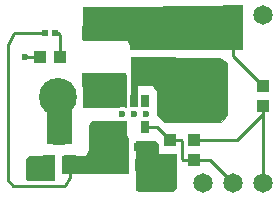
<source format=gtl>
G04 #@! TF.FileFunction,Copper,L1,Top,Signal*
%FSLAX46Y46*%
G04 Gerber Fmt 4.6, Leading zero omitted, Abs format (unit mm)*
G04 Created by KiCad (PCBNEW (2015-05-03 BZR 5637)-product) date 2015 December 01, Tuesday 09:36:31*
%MOMM*%
G01*
G04 APERTURE LIST*
%ADD10C,0.100000*%
%ADD11C,0.600000*%
%ADD12R,1.651000X1.651000*%
%ADD13C,1.651000*%
%ADD14C,3.216000*%
%ADD15R,1.100000X1.000000*%
%ADD16R,1.000000X1.100000*%
%ADD17R,3.700000X1.200000*%
%ADD18R,1.016000X1.143000*%
%ADD19R,0.650000X1.060000*%
%ADD20R,0.500000X0.600000*%
%ADD21R,0.900000X0.700000*%
%ADD22C,0.250000*%
%ADD23C,0.025400*%
G04 APERTURE END LIST*
D10*
D11*
X151638000Y-112014000D03*
X150622000Y-112014000D03*
X140335000Y-111506000D03*
X149606000Y-112014000D03*
X149860000Y-106426000D03*
X147828000Y-106426000D03*
X148844000Y-106426000D03*
X139573000Y-101600000D03*
D12*
X157226000Y-98044000D03*
D13*
X159766000Y-98044000D03*
D14*
X142405100Y-105003600D03*
X155105100Y-105003600D03*
D15*
X147740000Y-110744000D03*
X149440000Y-110744000D03*
D16*
X149352000Y-100496000D03*
X149352000Y-102196000D03*
X151130000Y-100496000D03*
X151130000Y-102196000D03*
D17*
X146304000Y-103600000D03*
X146304000Y-99600000D03*
D18*
X142494000Y-108458000D03*
X143383000Y-110490000D03*
X141605000Y-110490000D03*
D16*
X159766000Y-104052000D03*
X159766000Y-105752000D03*
X153924000Y-108624000D03*
X153924000Y-110324000D03*
X151892000Y-108624000D03*
X151892000Y-110324000D03*
D11*
X140335000Y-110490000D03*
D15*
X142582000Y-101600000D03*
X140882000Y-101600000D03*
D13*
X154686000Y-112268000D03*
X157226000Y-112268000D03*
X159766000Y-112268000D03*
D19*
X149794000Y-105326000D03*
X148844000Y-105326000D03*
X147894000Y-105326000D03*
X147894000Y-107526000D03*
X149794000Y-107526000D03*
D20*
X141282000Y-99568000D03*
X142182000Y-99568000D03*
D21*
X149240000Y-109220000D03*
X147940000Y-109220000D03*
D22*
X142405100Y-108369100D02*
X142494000Y-108458000D01*
X142405100Y-105003600D02*
X142405100Y-108369100D01*
X141605000Y-110490000D02*
X140335000Y-110490000D01*
X140335000Y-110490000D02*
X140335000Y-111563998D01*
X140335000Y-111563998D02*
X140335000Y-111506000D01*
X140882000Y-101600000D02*
X139700000Y-101600000D01*
X149240000Y-109220000D02*
X149240000Y-110544000D01*
X149240000Y-110544000D02*
X149440000Y-110744000D01*
X149440000Y-110744000D02*
X151472000Y-110744000D01*
X151472000Y-110744000D02*
X151892000Y-110324000D01*
X151130000Y-102196000D02*
X152297500Y-102196000D01*
X152297500Y-102196000D02*
X155105100Y-105003600D01*
X149352000Y-102196000D02*
X151130000Y-102196000D01*
X148844000Y-105326000D02*
X148844000Y-103632000D01*
X149352000Y-103124000D02*
X149352000Y-102196000D01*
X148844000Y-103632000D02*
X149352000Y-103124000D01*
X147740000Y-110744000D02*
X143637000Y-110744000D01*
X143637000Y-110744000D02*
X143383000Y-110490000D01*
X147940000Y-109220000D02*
X147940000Y-110544000D01*
X147940000Y-110544000D02*
X147740000Y-110744000D01*
X147894000Y-107526000D02*
X147894000Y-109174000D01*
X147894000Y-109174000D02*
X147940000Y-109220000D01*
X138684000Y-99568000D02*
X138176000Y-100584000D01*
X138176000Y-100584000D02*
X138176000Y-112014000D01*
X138176000Y-112014000D02*
X138557000Y-112522000D01*
X138557000Y-112522000D02*
X143002000Y-112522000D01*
X143002000Y-112522000D02*
X143383000Y-111760000D01*
X143383000Y-111760000D02*
X143383000Y-110490000D01*
X141282000Y-99568000D02*
X138684000Y-99568000D01*
X157226000Y-98044000D02*
X157226000Y-101512000D01*
X157226000Y-101512000D02*
X159766000Y-104052000D01*
X151130000Y-100496000D02*
X156298000Y-100496000D01*
X157226000Y-99568000D02*
X157226000Y-98044000D01*
X156298000Y-100496000D02*
X157226000Y-99568000D01*
X149352000Y-100496000D02*
X151130000Y-100496000D01*
X146304000Y-99600000D02*
X148456000Y-99600000D01*
X148456000Y-99600000D02*
X149352000Y-100496000D01*
X146304000Y-103600000D02*
X146304000Y-103736000D01*
X146304000Y-103736000D02*
X147894000Y-105326000D01*
X159766000Y-105752000D02*
X159766000Y-106426000D01*
X157568000Y-108624000D02*
X153924000Y-108624000D01*
X159766000Y-106426000D02*
X157568000Y-108624000D01*
X159766000Y-105752000D02*
X159766000Y-112268000D01*
X151892000Y-108624000D02*
X152820000Y-108624000D01*
X152996000Y-110324000D02*
X153924000Y-110324000D01*
X152908000Y-110236000D02*
X152996000Y-110324000D01*
X152908000Y-108712000D02*
X152908000Y-110236000D01*
X152820000Y-108624000D02*
X152908000Y-108712000D01*
X149794000Y-107526000D02*
X150794000Y-107526000D01*
X150794000Y-107526000D02*
X151892000Y-108624000D01*
X153924000Y-110324000D02*
X155282000Y-110324000D01*
X155282000Y-110324000D02*
X157226000Y-112268000D01*
X142494000Y-101512000D02*
X142582000Y-101600000D01*
X142494000Y-101288000D02*
X142182000Y-101600000D01*
X142582000Y-99783000D02*
X142582000Y-101600000D01*
X142367000Y-99568000D02*
X142582000Y-99783000D01*
X142182000Y-99568000D02*
X142367000Y-99568000D01*
D23*
G36*
X148196300Y-105905300D02*
X148171712Y-105905300D01*
X147950408Y-105813406D01*
X147706661Y-105813193D01*
X147483745Y-105905300D01*
X144538700Y-105905300D01*
X144538700Y-103136700D01*
X148196300Y-103136700D01*
X148196300Y-105905300D01*
X148196300Y-105905300D01*
G37*
X148196300Y-105905300D02*
X148171712Y-105905300D01*
X147950408Y-105813406D01*
X147706661Y-105813193D01*
X147483745Y-105905300D01*
X144538700Y-105905300D01*
X144538700Y-103136700D01*
X148196300Y-103136700D01*
X148196300Y-105905300D01*
G36*
X156705300Y-106548545D02*
X156203896Y-107175300D01*
X151389261Y-107175300D01*
X150761700Y-106547739D01*
X150761700Y-104516767D01*
X150374350Y-104000300D01*
X149085300Y-104000300D01*
X149085300Y-105778300D01*
X148602700Y-105778300D01*
X148602700Y-103632000D01*
X148602700Y-102870000D01*
X148602700Y-101612917D01*
X156079383Y-101739641D01*
X156705300Y-102115191D01*
X156705300Y-106548545D01*
X156705300Y-106548545D01*
G37*
X156705300Y-106548545D02*
X156203896Y-107175300D01*
X151389261Y-107175300D01*
X150761700Y-106547739D01*
X150761700Y-104516767D01*
X150374350Y-104000300D01*
X149085300Y-104000300D01*
X149085300Y-105778300D01*
X148602700Y-105778300D01*
X148602700Y-103632000D01*
X148602700Y-102870000D01*
X148602700Y-101612917D01*
X156079383Y-101739641D01*
X156705300Y-102115191D01*
X156705300Y-106548545D01*
G36*
X157975300Y-100952300D02*
X148475700Y-100952300D01*
X148475700Y-100580155D01*
X148215797Y-100190300D01*
X144538700Y-100190300D01*
X144538700Y-97421581D01*
X157975300Y-97294820D01*
X157975300Y-100952300D01*
X157975300Y-100952300D01*
G37*
X157975300Y-100952300D02*
X148475700Y-100952300D01*
X148475700Y-100580155D01*
X148215797Y-100190300D01*
X144538700Y-100190300D01*
X144538700Y-97421581D01*
X157975300Y-97294820D01*
X157975300Y-100952300D01*
G36*
X143497300Y-108953300D02*
X141490700Y-108953300D01*
X141490700Y-104914700D01*
X143497300Y-104914700D01*
X143497300Y-108953300D01*
X143497300Y-108953300D01*
G37*
X143497300Y-108953300D02*
X141490700Y-108953300D01*
X141490700Y-104914700D01*
X143497300Y-104914700D01*
X143497300Y-108953300D01*
G36*
X142100300Y-112084300D02*
X139788260Y-112084300D01*
X139712700Y-112008739D01*
X139712700Y-110241261D01*
X139959261Y-109994700D01*
X142100300Y-109994700D01*
X142100300Y-112084300D01*
X142100300Y-112084300D01*
G37*
X142100300Y-112084300D02*
X139788260Y-112084300D01*
X139712700Y-112008739D01*
X139712700Y-110241261D01*
X139959261Y-109994700D01*
X142100300Y-109994700D01*
X142100300Y-112084300D01*
G36*
X152387300Y-112770739D02*
X152140739Y-113017300D01*
X149227998Y-113017300D01*
X148983700Y-112895151D01*
X148983700Y-108724700D01*
X150616739Y-108724700D01*
X150863300Y-108971261D01*
X150863300Y-109867700D01*
X152387300Y-109867700D01*
X152387300Y-112770739D01*
X152387300Y-112770739D01*
G37*
X152387300Y-112770739D02*
X152140739Y-113017300D01*
X149227998Y-113017300D01*
X148983700Y-112895151D01*
X148983700Y-108724700D01*
X150616739Y-108724700D01*
X150863300Y-108971261D01*
X150863300Y-109867700D01*
X152387300Y-109867700D01*
X152387300Y-112770739D01*
G36*
X148323300Y-111493300D02*
X142760700Y-111493300D01*
X142760700Y-109994700D01*
X144787849Y-109994700D01*
X145046700Y-109476998D01*
X145046700Y-107445845D01*
X145294797Y-107073700D01*
X147574000Y-107073700D01*
X148196300Y-107073700D01*
X148196300Y-108206998D01*
X148323300Y-108460998D01*
X148323300Y-111493300D01*
X148323300Y-111493300D01*
G37*
X148323300Y-111493300D02*
X142760700Y-111493300D01*
X142760700Y-109994700D01*
X144787849Y-109994700D01*
X145046700Y-109476998D01*
X145046700Y-107445845D01*
X145294797Y-107073700D01*
X147574000Y-107073700D01*
X148196300Y-107073700D01*
X148196300Y-108206998D01*
X148323300Y-108460998D01*
X148323300Y-111493300D01*
M02*

</source>
